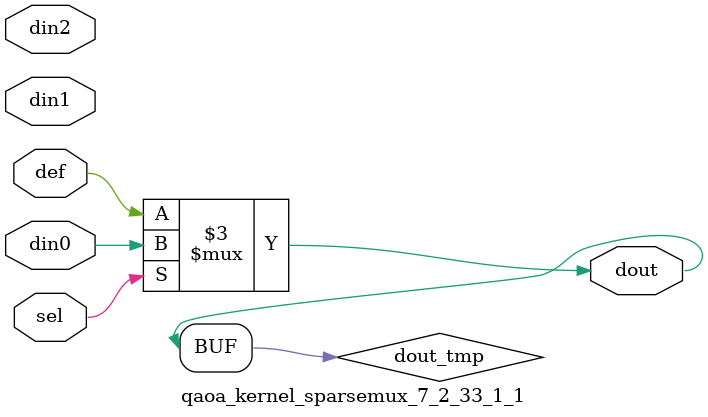
<source format=v>
`timescale 1ns / 1ps

module qaoa_kernel_sparsemux_7_2_33_1_1 (din0,din1,din2,def,sel,dout);

parameter din0_WIDTH = 1;

parameter din1_WIDTH = 1;

parameter din2_WIDTH = 1;

parameter def_WIDTH = 1;
parameter sel_WIDTH = 1;
parameter dout_WIDTH = 1;

parameter [sel_WIDTH-1:0] CASE0 = 1;

parameter [sel_WIDTH-1:0] CASE1 = 1;

parameter [sel_WIDTH-1:0] CASE2 = 1;

parameter ID = 1;
parameter NUM_STAGE = 1;



input [din0_WIDTH-1:0] din0;

input [din1_WIDTH-1:0] din1;

input [din2_WIDTH-1:0] din2;

input [def_WIDTH-1:0] def;
input [sel_WIDTH-1:0] sel;

output [dout_WIDTH-1:0] dout;



reg [dout_WIDTH-1:0] dout_tmp;


always @ (*) begin
(* parallel_case *) case (sel)
    
    CASE0 : dout_tmp = din0;
    
    CASE1 : dout_tmp = din1;
    
    CASE2 : dout_tmp = din2;
    
    default : dout_tmp = def;
endcase
end


assign dout = dout_tmp;



endmodule

</source>
